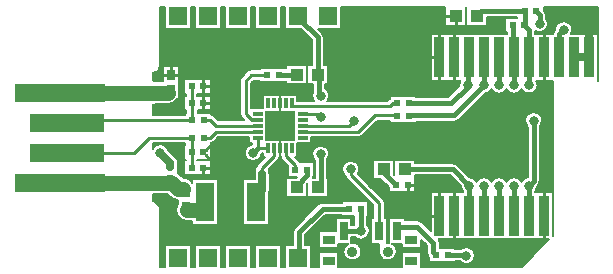
<source format=gbr>
%FSLAX25Y25*%
%MOIN*%
G04 EasyPC Gerber Version 18.0.8 Build 3632 *
%ADD113R,0.01200X0.03200*%
%ADD106R,0.02400X0.02400*%
%ADD108R,0.02756X0.05906*%
%ADD118R,0.02800X0.03500*%
%ADD104R,0.03200X0.13200*%
%ADD116R,0.06000X0.12800*%
%ADD119R,0.06000X0.06000*%
%ADD115R,0.10000X0.10000*%
%ADD99C,0.00500*%
%ADD103C,0.01000*%
%ADD123C,0.01500*%
%ADD121C,0.02500*%
%ADD120C,0.03200*%
%ADD109C,0.03543*%
%ADD122C,0.05000*%
%ADD114R,0.03200X0.01200*%
%ADD117R,0.02200X0.02000*%
%ADD105R,0.02400X0.02400*%
%ADD110R,0.03937X0.03150*%
%ADD107R,0.04291X0.03937*%
%ADD112R,0.25000X0.06300*%
%ADD111R,0.30000X0.06300*%
X0Y0D02*
D02*
D99*
X50250Y25250D02*
G75*
G02X52750Y22750J-2500D01*
G01*
Y3250*
X54500*
Y10500*
X63000*
Y3250*
X64500*
Y10500*
X73000*
Y3250*
X74500*
Y10500*
X78750*
Y46374*
X72049*
X70609Y44912*
G75*
G02X69700Y44396I-1359J1339*
G01*
Y43700*
X69600*
Y38900*
X65000*
Y38700*
X69600*
Y33800*
X60800*
Y38700*
X61500*
Y38900*
X60800*
Y43800*
X60900*
Y44343*
X50250*
Y42619*
G75*
G02X55485Y42050I2500J-1369*
G01*
X57918Y39618*
G75*
G02X58315Y39100I-1768J-1768*
G01*
X58600*
Y38348*
G75*
G02X58650Y37850I-2451J-498*
G01*
Y36650*
G75*
G02X58600Y36152I-2501*
G01*
Y34512*
G75*
G02X59402Y33902I-1850J-3262*
G01*
X60303Y33000*
G75*
G02X63440Y31300I-3J-3750*
G01*
X63500*
Y32400*
X72000*
Y17100*
X63500*
Y18500*
X61750*
G75*
G02X58610Y20200J3750*
G01*
X58600*
Y20215*
G75*
G02Y24285I3150J2035*
G01*
Y25503*
G75*
G02X56098Y26598I150J3747*
G01*
X55197Y27500*
X50250*
Y25250*
G36*
G75*
G02X52750Y22750J-2500*
G01*
Y3250*
X54500*
Y10500*
X63000*
Y3250*
X64500*
Y10500*
X73000*
Y3250*
X74500*
Y10500*
X78750*
Y46374*
X72049*
X70609Y44912*
G75*
G02X69700Y44396I-1359J1339*
G01*
Y43700*
X69600*
Y38900*
X65000*
Y38700*
X69600*
Y33800*
X60800*
Y38700*
X61500*
Y38900*
X60800*
Y43800*
X60900*
Y44343*
X50250*
Y42619*
G75*
G02X55485Y42050I2500J-1369*
G01*
X57918Y39618*
G75*
G02X58315Y39100I-1768J-1768*
G01*
X58600*
Y38348*
G75*
G02X58650Y37850I-2451J-498*
G01*
Y36650*
G75*
G02X58600Y36152I-2501*
G01*
Y34512*
G75*
G02X59402Y33902I-1850J-3262*
G01*
X60303Y33000*
G75*
G02X63440Y31300I-3J-3750*
G01*
X63500*
Y32400*
X72000*
Y17100*
X63500*
Y18500*
X61750*
G75*
G02X58610Y20200J3750*
G01*
X58600*
Y20215*
G75*
G02Y24285I3150J2035*
G01*
Y25503*
G75*
G02X56098Y26598I150J3747*
G01*
X55197Y27500*
X50250*
Y25250*
G37*
Y53900D02*
X60900D01*
Y54600*
X61443*
Y55400*
X60800*
Y60300*
X61500*
Y60900*
X60800*
Y65800*
X69600*
Y60900*
X65000*
Y60300*
X69600*
Y55400*
X65257*
Y54600*
X69700*
Y54104*
G75*
G02X70599Y53599I-450J-1854*
G01*
X72040Y52157*
X78750*
Y82500*
X74500*
Y89750*
X73000*
Y82500*
X64500*
Y89750*
X63000*
Y82500*
X54500*
Y89750*
X52750*
Y70250*
G75*
G02X50250Y67750I-2500*
G01*
Y65323*
G75*
G02X51839Y65000J-4073*
G01*
X53600*
Y70300*
X58900*
Y62300*
G75*
G02Y60200I-3600J-1050*
G01*
Y59200*
X58440*
G75*
G02X55300Y57500I-3140J2050*
G01*
X51839*
G75*
G02X50250Y57177I-1589J3750*
G01*
Y53900*
G36*
X60900*
Y54600*
X61443*
Y55400*
X60800*
Y60300*
X61500*
Y60900*
X60800*
Y65800*
X69600*
Y60900*
X65000*
Y60300*
X69600*
Y55400*
X65257*
Y54600*
X69700*
Y54104*
G75*
G02X70599Y53599I-450J-1854*
G01*
X72040Y52157*
X78750*
Y82500*
X74500*
Y89750*
X73000*
Y82500*
X64500*
Y89750*
X63000*
Y82500*
X54500*
Y89750*
X52750*
Y70250*
G75*
G02X50250Y67750I-2500*
G01*
Y65323*
G75*
G02X51839Y65000J-4073*
G01*
X53600*
Y70300*
X58900*
Y62300*
G75*
G02Y60200I-3600J-1050*
G01*
Y59200*
X58440*
G75*
G02X55300Y57500I-3140J2050*
G01*
X51839*
G75*
G02X50250Y57177I-1589J3750*
G01*
Y53900*
G37*
X78750Y10500D02*
X83000D01*
Y3250*
X84500*
Y10500*
X93000*
Y3250*
X94500*
Y10500*
X97049*
Y14750*
G75*
G02X97635Y16164I2000*
G01*
X105536Y24066*
G75*
G02X106950Y24652I1414J-1414*
G01*
X113301*
Y25100*
X122100*
Y20199*
X121807*
Y17112*
G75*
G02X117720Y13140I-2057J-1972*
G01*
X116520*
Y11270*
G75*
G02X119869Y8266I328J-3004*
G01*
G75*
G02X113826I-3022*
G01*
G75*
G02X115434Y10937I3022*
G01*
X112189*
Y9362*
X105752*
Y15012*
X111264*
Y19343*
X116520*
Y17140*
X117493*
Y20199*
X113301*
Y20652*
X107778*
X101049Y13922*
Y10500*
X103000*
Y3250*
X105752*
Y8122*
X112189*
Y3250*
X125750*
Y7446*
G75*
G02Y9086I2908J820*
G01*
Y10937*
X123075*
Y19343*
X123843*
Y23660*
X114901Y32601*
G75*
G02X114374Y33604I1349J1349*
G01*
G75*
G02X113400Y35750I1876J2146*
G01*
G75*
G02X119100I2850*
G01*
G75*
G02X118663Y34234I-2850*
G01*
X124801Y28096*
Y32531*
X123854*
Y38969*
X125750*
Y51743*
X125030*
X120086Y46889*
G75*
G02X118750Y46343I-1336J1361*
G01*
X103073*
Y44463*
X98537*
Y39927*
X97756*
X99192Y38506*
G75*
G02X99504Y38100I-1342J-1355*
G01*
X104199*
Y33199*
X103672*
G75*
G02X103591Y32969I-1922J551*
G01*
X104250*
Y38720*
G75*
G02X103400Y40750I2000J2030*
G01*
G75*
G02X109100I2850*
G01*
G75*
G02X108250Y38720I-2850*
G01*
Y32969*
X108646*
Y26531*
X101854*
Y31026*
X101646Y30817*
Y26531*
X94854*
Y32969*
X98140*
X98370Y33199*
X95400*
Y36892*
X93376Y38894*
G75*
G02X92811Y40250I1342J1356*
G01*
Y42776*
G75*
G02X92868Y43239I1907*
G01*
Y45626*
X97374*
Y54874*
X92868*
Y60573*
X98537*
Y58500*
X104000*
G75*
G02X103750Y61619I2250J1750*
G01*
Y64031*
X101854*
Y70469*
X103250*
Y78922*
X99672Y82500*
X94500*
Y89750*
X93000*
Y82500*
X84500*
Y89750*
X83000*
Y82500*
X78750*
Y52157*
X80645*
X79901Y52901*
G75*
G02X79343Y54250I1349J1349*
G01*
Y65250*
G75*
G02X79901Y66599I1907*
G01*
X81801Y68499*
G75*
G02X83150Y69057I1349J-1349*
G01*
X85900*
Y69600*
X94699*
Y69407*
X94854*
Y70469*
X101646*
Y64031*
X94854*
Y65093*
X94699*
Y64699*
X85900*
Y65243*
X83940*
X83157Y64460*
Y56037*
X86963*
Y60573*
X92632*
Y54874*
X88126*
Y45626*
X92632*
Y43239*
G75*
G02X92689Y42776I-1850J-463*
G01*
Y40250*
G75*
G02X92125Y38896I-1907*
G01*
X89100Y35895*
Y35152*
G75*
G02X89250Y33952I-2349J-902*
G01*
Y28750*
G75*
G02X89000Y27660I-2500*
G01*
Y17100*
X80500*
Y32400*
X84250*
Y33952*
G75*
G02X84400Y35152I2500J298*
G01*
Y36500*
X84859*
G75*
G02X85406Y37604I1891J-250*
G01*
X87748Y39927*
X86963*
Y41026*
X86591*
G75*
G02X80900Y41250I-2841J224*
G01*
G75*
G02X83496Y44089I2850*
G01*
Y44463*
X82427*
Y46374*
X78750*
Y10500*
G36*
X83000*
Y3250*
X84500*
Y10500*
X93000*
Y3250*
X94500*
Y10500*
X97049*
Y14750*
G75*
G02X97635Y16164I2000*
G01*
X105536Y24066*
G75*
G02X106950Y24652I1414J-1414*
G01*
X113301*
Y25100*
X122100*
Y20199*
X121807*
Y17112*
G75*
G02X117720Y13140I-2057J-1972*
G01*
X116520*
Y11270*
G75*
G02X119869Y8266I328J-3004*
G01*
G75*
G02X113826I-3022*
G01*
G75*
G02X115434Y10937I3022*
G01*
X112189*
Y9362*
X105752*
Y15012*
X111264*
Y19343*
X116520*
Y17140*
X117493*
Y20199*
X113301*
Y20652*
X107778*
X101049Y13922*
Y10500*
X103000*
Y3250*
X105752*
Y8122*
X112189*
Y3250*
X125750*
Y7446*
G75*
G02Y9086I2908J820*
G01*
Y10937*
X123075*
Y19343*
X123843*
Y23660*
X114901Y32601*
G75*
G02X114374Y33604I1349J1349*
G01*
G75*
G02X113400Y35750I1876J2146*
G01*
G75*
G02X119100I2850*
G01*
G75*
G02X118663Y34234I-2850*
G01*
X124801Y28096*
Y32531*
X123854*
Y38969*
X125750*
Y51743*
X125030*
X120086Y46889*
G75*
G02X118750Y46343I-1336J1361*
G01*
X103073*
Y44463*
X98537*
Y39927*
X97756*
X99192Y38506*
G75*
G02X99504Y38100I-1342J-1355*
G01*
X104199*
Y33199*
X103672*
G75*
G02X103591Y32969I-1922J551*
G01*
X104250*
Y38720*
G75*
G02X103400Y40750I2000J2030*
G01*
G75*
G02X109100I2850*
G01*
G75*
G02X108250Y38720I-2850*
G01*
Y32969*
X108646*
Y26531*
X101854*
Y31026*
X101646Y30817*
Y26531*
X94854*
Y32969*
X98140*
X98370Y33199*
X95400*
Y36892*
X93376Y38894*
G75*
G02X92811Y40250I1342J1356*
G01*
Y42776*
G75*
G02X92868Y43239I1907*
G01*
Y45626*
X97374*
Y54874*
X92868*
Y60573*
X98537*
Y58500*
X104000*
G75*
G02X103750Y61619I2250J1750*
G01*
Y64031*
X101854*
Y70469*
X103250*
Y78922*
X99672Y82500*
X94500*
Y89750*
X93000*
Y82500*
X84500*
Y89750*
X83000*
Y82500*
X78750*
Y52157*
X80645*
X79901Y52901*
G75*
G02X79343Y54250I1349J1349*
G01*
Y65250*
G75*
G02X79901Y66599I1907*
G01*
X81801Y68499*
G75*
G02X83150Y69057I1349J-1349*
G01*
X85900*
Y69600*
X94699*
Y69407*
X94854*
Y70469*
X101646*
Y64031*
X94854*
Y65093*
X94699*
Y64699*
X85900*
Y65243*
X83940*
X83157Y64460*
Y56037*
X86963*
Y60573*
X92632*
Y54874*
X88126*
Y45626*
X92632*
Y43239*
G75*
G02X92689Y42776I-1850J-463*
G01*
Y40250*
G75*
G02X92125Y38896I-1907*
G01*
X89100Y35895*
Y35152*
G75*
G02X89250Y33952I-2349J-902*
G01*
Y28750*
G75*
G02X89000Y27660I-2500*
G01*
Y17100*
X80500*
Y32400*
X84250*
Y33952*
G75*
G02X84400Y35152I2500J298*
G01*
Y36500*
X84859*
G75*
G02X85406Y37604I1891J-250*
G01*
X87748Y39927*
X86963*
Y41026*
X86591*
G75*
G02X80900Y41250I-2841J224*
G01*
G75*
G02X83496Y44089I2850*
G01*
Y44463*
X82427*
Y46374*
X78750*
Y10500*
G37*
X125750Y3250D02*
X133311D01*
Y8122*
X139748*
Y3250*
X173250*
X182400Y12400*
X145576*
G75*
G02X145907Y11250I-1826J-1150*
G01*
Y9600*
X151100*
Y9150*
X153038*
G75*
G02X157700Y6950I1812J-2200*
G01*
G75*
G02X152641Y5150I-2850*
G01*
X151100*
Y4699*
X142301*
Y6448*
X142224Y6524*
G75*
G02X141593Y8050I1526J1526*
G01*
Y10356*
X139748Y12201*
Y9362*
X133311*
Y10937*
X130071*
G75*
G02X131680Y8266I-1413J-2671*
G01*
G75*
G02X125750Y7446I-3022*
G01*
Y3250*
G36*
X133311*
Y8122*
X139748*
Y3250*
X173250*
X182400Y12400*
X145576*
G75*
G02X145907Y11250I-1826J-1150*
G01*
Y9600*
X151100*
Y9150*
X153038*
G75*
G02X157700Y6950I1812J-2200*
G01*
G75*
G02X152641Y5150I-2850*
G01*
X151100*
Y4699*
X142301*
Y6448*
X142224Y6524*
G75*
G02X141593Y8050I1526J1526*
G01*
Y10356*
X139748Y12201*
Y9362*
X133311*
Y10937*
X130071*
G75*
G02X131680Y8266I-1413J-2671*
G01*
G75*
G02X125750Y7446I-3022*
G01*
Y3250*
G37*
Y27148D02*
X127099Y25799D01*
G75*
G02X127657Y24450I-1349J-1349*
G01*
Y19343*
X128331*
Y11270*
G75*
G02X128980Y11270I327J-3004*
G01*
Y19343*
X134236*
Y18707*
X138450*
G75*
G02X139976Y18076J-2157*
G01*
X142900Y15152*
Y28100*
X153750*
Y28220*
G75*
G02X152900Y30250I2000J2030*
G01*
G75*
G02Y30272I2865J11*
G01*
X149422Y33750*
X137646*
Y33100*
X137699*
Y28199*
X128900*
Y29749*
X126117Y32531*
X125750*
Y27148*
G36*
X127099Y25799*
G75*
G02X127657Y24450I-1349J-1349*
G01*
Y19343*
X128331*
Y11270*
G75*
G02X128980Y11270I327J-3004*
G01*
Y19343*
X134236*
Y18707*
X138450*
G75*
G02X139976Y18076J-2157*
G01*
X142900Y15152*
Y28100*
X153750*
Y28220*
G75*
G02X152900Y30250I2000J2030*
G01*
G75*
G02Y30272I2865J11*
G01*
X149422Y33750*
X137646*
Y33100*
X137699*
Y28199*
X128900*
Y29749*
X126117Y32531*
X125750*
Y27148*
G37*
Y38969D02*
X130646D01*
Y34106*
X130854Y33897*
Y38969*
X137646*
Y37750*
X150250*
G75*
G02X151664Y37164J-2000*
G01*
X155728Y33100*
G75*
G02X158250Y31619I22J-2850*
G01*
G75*
G02X163250I2500J-1369*
G01*
G75*
G02X168250I2500J-1369*
G01*
G75*
G02X173250I2500J-1369*
G01*
G75*
G02X175250Y33056I2500J-1369*
G01*
Y49920*
G75*
G02X174400Y51950I2000J2030*
G01*
G75*
G02X180100I2850*
G01*
G75*
G02X179250Y49920I-2850*
G01*
Y31750*
G75*
G02X178664Y30336I-2000*
G01*
X178600Y30272*
G75*
G02Y30250I-2872J-11*
G01*
G75*
G02X177750Y28220I-2850*
G01*
Y28100*
X183600*
Y13600*
X183750Y13750*
Y65199*
X178204*
G75*
G02X178600Y63750I-2454J-1449*
G01*
G75*
G02X173250Y62381I-2850*
G01*
G75*
G02X168250I-2500J1369*
G01*
G75*
G02X163250I-2500J1369*
G01*
G75*
G02X160959Y60907I-2500J1369*
G01*
X152276Y52224*
G75*
G02X150750Y51593I-1526J1526*
G01*
X138199*
Y51199*
X129400*
Y51743*
X125750*
Y38969*
G36*
X130646*
Y34106*
X130854Y33897*
Y38969*
X137646*
Y37750*
X150250*
G75*
G02X151664Y37164J-2000*
G01*
X155728Y33100*
G75*
G02X158250Y31619I22J-2850*
G01*
G75*
G02X163250I2500J-1369*
G01*
G75*
G02X168250I2500J-1369*
G01*
G75*
G02X173250I2500J-1369*
G01*
G75*
G02X175250Y33056I2500J-1369*
G01*
Y49920*
G75*
G02X174400Y51950I2000J2030*
G01*
G75*
G02X180100I2850*
G01*
G75*
G02X179250Y49920I-2850*
G01*
Y31750*
G75*
G02X178664Y30336I-2000*
G01*
X178600Y30272*
G75*
G02Y30250I-2872J-11*
G01*
G75*
G02X177750Y28220I-2850*
G01*
Y28100*
X183600*
Y13600*
X183750Y13750*
Y65199*
X178204*
G75*
G02X178600Y63750I-2454J-1449*
G01*
G75*
G02X173250Y62381I-2850*
G01*
G75*
G02X168250I-2500J1369*
G01*
G75*
G02X163250I-2500J1369*
G01*
G75*
G02X160959Y60907I-2500J1369*
G01*
X152276Y52224*
G75*
G02X150750Y51593I-1526J1526*
G01*
X138199*
Y51199*
X129400*
Y51743*
X125750*
Y38969*
G37*
Y58500D02*
X128526D01*
X129113Y59087*
G75*
G02X129301Y59249I1237J-1239*
G01*
Y60301*
X138100*
Y59907*
X148856*
X152414Y63465*
G75*
G02X152796Y65199I2836J285*
G01*
X142900*
Y80900*
X168250*
Y81400*
X167801*
Y86301*
X171801*
Y86350*
X161646*
Y83531*
X154854*
Y89750*
X154646*
Y83531*
X147854*
Y89750*
X125750*
Y58500*
G36*
X128526*
X129113Y59087*
G75*
G02X129301Y59249I1237J-1239*
G01*
Y60301*
X138100*
Y59907*
X148856*
X152414Y63465*
G75*
G02X152796Y65199I2836J285*
G01*
X142900*
Y80900*
X168250*
Y81400*
X167801*
Y86301*
X171801*
Y86350*
X161646*
Y83531*
X154854*
Y89750*
X154646*
Y83531*
X147854*
Y89750*
X125750*
Y58500*
G37*
Y89750*
X113000*
Y82500*
X105328*
X106664Y81164*
G75*
G02X107250Y79750I-1414J-1414*
G01*
Y70469*
X108646*
Y64031*
X107750*
Y62673*
G75*
G02X108500Y58500I-1500J-2423*
G01*
X125750*
G36*
Y89750*
X113000*
Y82500*
X105328*
X106664Y81164*
G75*
G02X107250Y79750I-1414J-1414*
G01*
Y70469*
X108646*
Y64031*
X107750*
Y62673*
G75*
G02X108500Y58500I-1500J-2423*
G01*
X125750*
G37*
X198600Y65250D02*
X198750D01*
Y89750*
X180600*
Y88728*
X180664Y88664*
G75*
G02X181250Y87250I-1414J-1414*
G01*
Y86280*
G75*
G02X177750Y81827I-2000J-2030*
G01*
Y80900*
X183756*
G75*
G02X184336Y82164I1994J-150*
G01*
X184400Y82228*
G75*
G02Y82250I2865J11*
G01*
G75*
G02X190100I2850*
G01*
G75*
G02X189760Y80900I-2850*
G01*
X198600*
Y65250*
G36*
X198750*
Y89750*
X180600*
Y88728*
X180664Y88664*
G75*
G02X181250Y87250I-1414J-1414*
G01*
Y86280*
G75*
G02X177750Y81827I-2000J-2030*
G01*
Y80900*
X183756*
G75*
G02X184336Y82164I1994J-150*
G01*
X184400Y82228*
G75*
G02Y82250I2865J11*
G01*
G75*
G02X190100I2850*
G01*
G75*
G02X189760Y80900I-2850*
G01*
X198600*
Y65250*
G37*
D02*
D103*
X21750Y41250D02*
X44150D01*
X49150Y46250*
X63350*
Y46150*
X21750Y51250D02*
Y52150D01*
X63350*
X55350Y67300D02*
X53350D01*
X56250Y68550D02*
Y70550D01*
X57150Y67300D02*
X59150D01*
X63250Y36250D02*
Y41350D01*
Y63350D02*
Y57850D01*
X63350Y46150D02*
Y41450D01*
X63250Y41350*
X63350Y52150D02*
Y57750D01*
X63250Y57850*
X67150Y35550D02*
Y33550D01*
Y57150D02*
Y55150D01*
Y58550D02*
Y60550D01*
Y62650D02*
Y60650D01*
Y64050D02*
Y66050D01*
X67850Y36250D02*
X69850D01*
X67850Y57850D02*
X69850D01*
X67850Y63350D02*
X69850D01*
X67996Y40504D02*
X69850Y38650D01*
X67996Y42196D02*
X69850Y44050D01*
X82350Y34250D02*
X80350D01*
X82950Y34750D02*
Y36750D01*
X85276Y46313D02*
Y42776D01*
X83750Y41250*
X85276Y48281D02*
Y48250D01*
X71250*
X69250Y46250*
Y46150*
X67250*
X85276Y50250D02*
X71250D01*
X69250Y52250*
X68750*
X68650Y52150*
X67250*
X88350Y67150D02*
X83150D01*
X81250Y65250*
Y54250*
X83250Y52250*
X85244*
X85276Y52219*
X88813Y42776D02*
X85276D01*
X90781D02*
X90750D01*
Y40250*
X86750Y36250*
Y34250*
X94719Y42776D02*
X94750D01*
Y40250*
X97850Y37150*
Y35650*
X96687Y57724D02*
Y56750D01*
X129250*
X130350Y57850*
X131750*
X100224Y50250D02*
X115750D01*
X117250Y51750*
X100224Y54187D02*
X105313D01*
X106250Y53250*
X113150Y60750D02*
X111150D01*
X114250Y61850D02*
Y63850D01*
X115350Y60750D02*
X117350D01*
X116250Y35750D02*
Y33950D01*
X125750Y24450*
X125703Y13297*
Y15140*
X116250Y86750D02*
X114250D01*
X118750Y84250D02*
Y82250D01*
X121250Y86750D02*
X123250D01*
X131850Y53650D02*
Y53750D01*
X124250*
X118750Y48250*
X100224*
Y48281*
X135250Y29950D02*
Y27950D01*
X135950Y30650D02*
X137950D01*
X139150Y83750D02*
X137150D01*
X140250Y82650D02*
Y80650D01*
Y84850D02*
Y86850D01*
X141350Y83750D02*
X143350D01*
X144650Y20250D02*
X142650D01*
X144650Y73050D02*
X142650D01*
X145750Y26350D02*
Y28350D01*
Y66950D02*
Y64950D01*
Y79150D02*
Y81150D01*
X149604Y86750D02*
X147604D01*
X150750Y14150D02*
Y12150D01*
Y26350D02*
Y28350D01*
Y66950D02*
Y64950D01*
Y79150D02*
Y81150D01*
X151250Y85281D02*
Y83281D01*
X164150Y39750D02*
X162150D01*
X164150Y52250D02*
X162150D01*
X165250Y38650D02*
Y36650D01*
Y40850D02*
Y42850D01*
Y51150D02*
Y49150D01*
Y53350D02*
Y55350D01*
X166350Y39750D02*
X168350D01*
X166350Y52250D02*
X168350D01*
X166650Y6750D02*
X164650D01*
X167750Y5650D02*
Y3650D01*
Y7850D02*
Y9850D01*
X168850Y6750D02*
X170850D01*
X180350Y55150D02*
X178350D01*
X180750Y14150D02*
Y12150D01*
Y26350D02*
Y28350D01*
Y66950D02*
Y64950D01*
Y79150D02*
Y81150D01*
X181450Y54050D02*
Y52050D01*
Y56250D02*
Y58250D01*
X193150Y85750D02*
X191150D01*
X194250Y84650D02*
Y82650D01*
Y86850D02*
Y88850D01*
X195350Y85750D02*
X197350D01*
D02*
D104*
X145750Y20250D03*
Y73050D03*
X150750Y20250D03*
Y73050D03*
X155750Y20250D03*
Y73050D03*
X160750Y20250D03*
Y73050D03*
X165750Y20250D03*
Y73050D03*
X170750Y20250D03*
Y73050D03*
X175750Y20250D03*
Y73050D03*
X180750Y20250D03*
Y73050D03*
X185750D03*
X190750D03*
X195750D03*
D02*
D105*
X63250Y36250D03*
Y41350D03*
Y57850D03*
Y63350D03*
X63350Y46150D03*
Y52150D03*
X67150Y36250D03*
Y41350D03*
Y57850D03*
Y63350D03*
X67250Y46150D03*
Y52150D03*
X88350Y67150D03*
X92250D03*
X97850Y35650D03*
X101750D03*
X115750Y22650D03*
X119650D03*
X131350Y30650D03*
X131750Y57850D03*
X131850Y53650D03*
X135250Y30650D03*
X135650Y57850D03*
X135750Y53650D03*
X144750Y7150D03*
X148650D03*
X170250Y83850D03*
X174150D03*
X174250Y88350D03*
X178150D03*
D02*
D106*
X56150Y32750D03*
Y36650D03*
D02*
D107*
X98250Y29750D03*
Y67250D03*
X105250Y29750D03*
Y67250D03*
X127250Y35750D03*
X134250D03*
X151250Y86750D03*
X158250D03*
D02*
D108*
X113892Y15140D03*
X125703D03*
X131608D03*
D02*
D109*
X116847Y8266D03*
X128658D03*
D02*
D110*
X108970Y5297D03*
Y12187D03*
X136530Y5297D03*
Y12187D03*
D02*
D111*
X19250Y31250D03*
Y61250D03*
D02*
D112*
X21750Y41250D03*
Y51250D03*
D02*
D113*
X88813Y42776D03*
Y57724D03*
X90781Y42776D03*
Y57724D03*
X92750Y42776D03*
Y57724D03*
X94719Y42776D03*
Y57724D03*
X96687Y42776D03*
Y57724D03*
D02*
D114*
X85276Y46313D03*
Y48281D03*
Y50250D03*
Y52219D03*
Y54187D03*
X100224Y46313D03*
Y48281D03*
Y50250D03*
Y52219D03*
Y54187D03*
D02*
D115*
X92750Y50250D03*
D02*
D116*
X67750Y24750D03*
X84750D03*
D02*
D117*
X82950Y34250D03*
X86750D03*
D02*
D118*
X56250Y62200D03*
Y67300D03*
X61250Y23200D03*
Y28300D03*
D02*
D119*
X58750Y6250D03*
Y86750D03*
X68750Y6250D03*
Y86750D03*
X78750Y6250D03*
Y86750D03*
X88750Y6250D03*
Y86750D03*
X98750Y6250D03*
Y86750D03*
X108750D03*
X118750D03*
D02*
D120*
X50250Y61250D03*
X52750Y41250D03*
X63250Y72250D03*
X75750Y39250D03*
X83750Y41250D03*
X106250Y40750D03*
Y53250D03*
Y60250D03*
X114250Y60750D03*
X116250Y35750D03*
X117250Y51750D03*
X119750Y15140D03*
X140250Y83750D03*
X154850Y6950D03*
X155250Y63750D03*
X155750Y30250D03*
X160750D03*
Y63750D03*
X165250Y39750D03*
Y52250D03*
X165750Y30250D03*
Y63750D03*
X167750Y6750D03*
X170750Y30250D03*
Y63750D03*
X175750Y30250D03*
Y63750D03*
X177250Y51950D03*
X179250Y84250D03*
X181450Y55150D03*
X187250Y82250D03*
X194250Y85750D03*
D02*
D121*
X55300Y61250D02*
X56250Y62200D01*
X56150Y36650D02*
Y37850D01*
X52750Y41250*
X60300Y29250D02*
X61250Y28300D01*
X61750Y22250D02*
X61250Y22750D01*
Y23200*
X84750Y24750D02*
Y26750D01*
X86750Y28750*
Y34250*
X123450Y31250D02*
X124950D01*
X125250Y31550*
X123450Y30650*
X123750*
X126450Y27950*
X127050*
Y28550*
X190750Y73050D02*
X195750D01*
Y84250*
X194250Y85750*
D02*
D122*
X19250Y31250D02*
X56750D01*
X58750Y29250*
X60300*
X19250Y61250D02*
X50250D01*
X55300*
X67750Y24750D02*
Y22250D01*
X61750*
D02*
D123*
X85276Y42776D02*
X83750Y41250D01*
X98250Y67250D02*
X92350D01*
X92250Y67150*
X98750Y86750D02*
Y86250D01*
X105250Y79750*
Y67250*
X101750Y35650D02*
Y33750D01*
X98250Y30250*
Y29750*
X105250Y67250D02*
X105750Y66750D01*
Y60250*
X106250*
Y40750D02*
Y30750D01*
X105250Y29750*
X113892Y15140D02*
X119750D01*
X115750Y22650D02*
X106950D01*
X99050Y14750*
Y6550*
X98750Y6250*
X119650Y22650D02*
Y15240D01*
X119750Y15140*
X127250Y35750D02*
Y34450D01*
X130950Y30750*
Y30650*
X131350*
X131608Y15140D02*
Y16408D01*
X131750Y16550*
X138450*
X143750Y11250*
Y8050*
X144650Y7150*
X144750*
X148650D02*
X154650D01*
X154850Y6950*
X155250Y63750D02*
Y63250D01*
X149750Y57750*
X135650*
Y57850*
X155750Y20250D02*
Y30250D01*
X150250Y35750*
X134250*
X155750Y73050D02*
Y68750D01*
X155250*
Y63750*
X160750Y20250D02*
Y30250D01*
Y63750D02*
X150750Y53750D01*
X135750*
Y53650*
X160750Y73050D02*
Y63750D01*
X165750Y20250D02*
Y30250D01*
Y73050D02*
Y63750D01*
X170250Y83850D02*
Y73550D01*
X170750Y73050*
Y20250D02*
Y30250D01*
Y73050D02*
Y63750D01*
X174250Y88350D02*
X159850D01*
X158250Y86750*
X174250Y88350D02*
Y83950D01*
X174150Y83850*
X175750Y20250D02*
Y30250D01*
Y63750D02*
Y73050D01*
Y82250*
X174150Y83850*
X177250Y51950D02*
Y31750D01*
X175750Y30250*
X178150Y88350D02*
X179250Y87250D01*
Y84250*
X185750Y73050D02*
Y80750D01*
X187250Y82250*
X0Y0D02*
M02*

</source>
